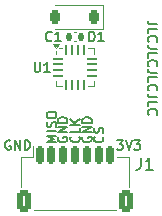
<source format=gbr>
%TF.GenerationSoftware,KiCad,Pcbnew,9.0.3*%
%TF.CreationDate,2025-08-14T12:49:38-04:00*%
%TF.ProjectId,rotour_mt6701_breakout,726f746f-7572-45f6-9d74-363730315f62,rev?*%
%TF.SameCoordinates,Original*%
%TF.FileFunction,Legend,Top*%
%TF.FilePolarity,Positive*%
%FSLAX46Y46*%
G04 Gerber Fmt 4.6, Leading zero omitted, Abs format (unit mm)*
G04 Created by KiCad (PCBNEW 9.0.3) date 2025-08-14 12:49:38*
%MOMM*%
%LPD*%
G01*
G04 APERTURE LIST*
G04 Aperture macros list*
%AMRoundRect*
0 Rectangle with rounded corners*
0 $1 Rounding radius*
0 $2 $3 $4 $5 $6 $7 $8 $9 X,Y pos of 4 corners*
0 Add a 4 corners polygon primitive as box body*
4,1,4,$2,$3,$4,$5,$6,$7,$8,$9,$2,$3,0*
0 Add four circle primitives for the rounded corners*
1,1,$1+$1,$2,$3*
1,1,$1+$1,$4,$5*
1,1,$1+$1,$6,$7*
1,1,$1+$1,$8,$9*
0 Add four rect primitives between the rounded corners*
20,1,$1+$1,$2,$3,$4,$5,0*
20,1,$1+$1,$4,$5,$6,$7,0*
20,1,$1+$1,$6,$7,$8,$9,0*
20,1,$1+$1,$8,$9,$2,$3,0*%
G04 Aperture macros list end*
%ADD10C,0.150000*%
%ADD11C,0.120000*%
%ADD12RoundRect,0.062500X-0.350000X-0.062500X0.350000X-0.062500X0.350000X0.062500X-0.350000X0.062500X0*%
%ADD13RoundRect,0.062500X-0.062500X-0.350000X0.062500X-0.350000X0.062500X0.350000X-0.062500X0.350000X0*%
%ADD14R,1.700000X1.700000*%
%ADD15C,2.200000*%
%ADD16RoundRect,0.225000X0.225000X0.375000X-0.225000X0.375000X-0.225000X-0.375000X0.225000X-0.375000X0*%
%ADD17RoundRect,0.140000X0.140000X0.170000X-0.140000X0.170000X-0.140000X-0.170000X0.140000X-0.170000X0*%
%ADD18RoundRect,0.150000X-0.150000X-0.625000X0.150000X-0.625000X0.150000X0.625000X-0.150000X0.625000X0*%
%ADD19RoundRect,0.250000X-0.350000X-0.650000X0.350000X-0.650000X0.350000X0.650000X-0.350000X0.650000X0*%
G04 APERTURE END LIST*
D10*
X148562969Y-92962295D02*
X149058207Y-92962295D01*
X149058207Y-92962295D02*
X148791541Y-93267057D01*
X148791541Y-93267057D02*
X148905826Y-93267057D01*
X148905826Y-93267057D02*
X148982017Y-93305152D01*
X148982017Y-93305152D02*
X149020112Y-93343247D01*
X149020112Y-93343247D02*
X149058207Y-93419438D01*
X149058207Y-93419438D02*
X149058207Y-93609914D01*
X149058207Y-93609914D02*
X149020112Y-93686104D01*
X149020112Y-93686104D02*
X148982017Y-93724200D01*
X148982017Y-93724200D02*
X148905826Y-93762295D01*
X148905826Y-93762295D02*
X148677255Y-93762295D01*
X148677255Y-93762295D02*
X148601064Y-93724200D01*
X148601064Y-93724200D02*
X148562969Y-93686104D01*
X149286779Y-92962295D02*
X149553446Y-93762295D01*
X149553446Y-93762295D02*
X149820112Y-92962295D01*
X150010588Y-92962295D02*
X150505826Y-92962295D01*
X150505826Y-92962295D02*
X150239160Y-93267057D01*
X150239160Y-93267057D02*
X150353445Y-93267057D01*
X150353445Y-93267057D02*
X150429636Y-93305152D01*
X150429636Y-93305152D02*
X150467731Y-93343247D01*
X150467731Y-93343247D02*
X150505826Y-93419438D01*
X150505826Y-93419438D02*
X150505826Y-93609914D01*
X150505826Y-93609914D02*
X150467731Y-93686104D01*
X150467731Y-93686104D02*
X150429636Y-93724200D01*
X150429636Y-93724200D02*
X150353445Y-93762295D01*
X150353445Y-93762295D02*
X150124874Y-93762295D01*
X150124874Y-93762295D02*
X150048683Y-93724200D01*
X150048683Y-93724200D02*
X150010588Y-93686104D01*
X145336104Y-92653696D02*
X145374200Y-92691792D01*
X145374200Y-92691792D02*
X145412295Y-92806077D01*
X145412295Y-92806077D02*
X145412295Y-92882268D01*
X145412295Y-92882268D02*
X145374200Y-92996554D01*
X145374200Y-92996554D02*
X145298009Y-93072744D01*
X145298009Y-93072744D02*
X145221819Y-93110839D01*
X145221819Y-93110839D02*
X145069438Y-93148935D01*
X145069438Y-93148935D02*
X144955152Y-93148935D01*
X144955152Y-93148935D02*
X144802771Y-93110839D01*
X144802771Y-93110839D02*
X144726580Y-93072744D01*
X144726580Y-93072744D02*
X144650390Y-92996554D01*
X144650390Y-92996554D02*
X144612295Y-92882268D01*
X144612295Y-92882268D02*
X144612295Y-92806077D01*
X144612295Y-92806077D02*
X144650390Y-92691792D01*
X144650390Y-92691792D02*
X144688485Y-92653696D01*
X145412295Y-91929887D02*
X145412295Y-92310839D01*
X145412295Y-92310839D02*
X144612295Y-92310839D01*
X145412295Y-91663220D02*
X144612295Y-91663220D01*
X145412295Y-91206077D02*
X144955152Y-91548935D01*
X144612295Y-91206077D02*
X145069438Y-91663220D01*
X151987704Y-83154761D02*
X151416276Y-83154761D01*
X151416276Y-83154761D02*
X151301990Y-83116666D01*
X151301990Y-83116666D02*
X151225800Y-83040475D01*
X151225800Y-83040475D02*
X151187704Y-82926190D01*
X151187704Y-82926190D02*
X151187704Y-82849999D01*
X151187704Y-83916666D02*
X151187704Y-83535714D01*
X151187704Y-83535714D02*
X151987704Y-83535714D01*
X151263895Y-84640476D02*
X151225800Y-84602380D01*
X151225800Y-84602380D02*
X151187704Y-84488095D01*
X151187704Y-84488095D02*
X151187704Y-84411904D01*
X151187704Y-84411904D02*
X151225800Y-84297618D01*
X151225800Y-84297618D02*
X151301990Y-84221428D01*
X151301990Y-84221428D02*
X151378180Y-84183333D01*
X151378180Y-84183333D02*
X151530561Y-84145237D01*
X151530561Y-84145237D02*
X151644847Y-84145237D01*
X151644847Y-84145237D02*
X151797228Y-84183333D01*
X151797228Y-84183333D02*
X151873419Y-84221428D01*
X151873419Y-84221428D02*
X151949609Y-84297618D01*
X151949609Y-84297618D02*
X151987704Y-84411904D01*
X151987704Y-84411904D02*
X151987704Y-84488095D01*
X151987704Y-84488095D02*
X151949609Y-84602380D01*
X151949609Y-84602380D02*
X151911514Y-84640476D01*
X151987704Y-85211904D02*
X151416276Y-85211904D01*
X151416276Y-85211904D02*
X151301990Y-85173809D01*
X151301990Y-85173809D02*
X151225800Y-85097618D01*
X151225800Y-85097618D02*
X151187704Y-84983333D01*
X151187704Y-84983333D02*
X151187704Y-84907142D01*
X151187704Y-85973809D02*
X151187704Y-85592857D01*
X151187704Y-85592857D02*
X151987704Y-85592857D01*
X151263895Y-86697619D02*
X151225800Y-86659523D01*
X151225800Y-86659523D02*
X151187704Y-86545238D01*
X151187704Y-86545238D02*
X151187704Y-86469047D01*
X151187704Y-86469047D02*
X151225800Y-86354761D01*
X151225800Y-86354761D02*
X151301990Y-86278571D01*
X151301990Y-86278571D02*
X151378180Y-86240476D01*
X151378180Y-86240476D02*
X151530561Y-86202380D01*
X151530561Y-86202380D02*
X151644847Y-86202380D01*
X151644847Y-86202380D02*
X151797228Y-86240476D01*
X151797228Y-86240476D02*
X151873419Y-86278571D01*
X151873419Y-86278571D02*
X151949609Y-86354761D01*
X151949609Y-86354761D02*
X151987704Y-86469047D01*
X151987704Y-86469047D02*
X151987704Y-86545238D01*
X151987704Y-86545238D02*
X151949609Y-86659523D01*
X151949609Y-86659523D02*
X151911514Y-86697619D01*
X151987704Y-87269047D02*
X151416276Y-87269047D01*
X151416276Y-87269047D02*
X151301990Y-87230952D01*
X151301990Y-87230952D02*
X151225800Y-87154761D01*
X151225800Y-87154761D02*
X151187704Y-87040476D01*
X151187704Y-87040476D02*
X151187704Y-86964285D01*
X151187704Y-88030952D02*
X151187704Y-87650000D01*
X151187704Y-87650000D02*
X151987704Y-87650000D01*
X151263895Y-88754762D02*
X151225800Y-88716666D01*
X151225800Y-88716666D02*
X151187704Y-88602381D01*
X151187704Y-88602381D02*
X151187704Y-88526190D01*
X151187704Y-88526190D02*
X151225800Y-88411904D01*
X151225800Y-88411904D02*
X151301990Y-88335714D01*
X151301990Y-88335714D02*
X151378180Y-88297619D01*
X151378180Y-88297619D02*
X151530561Y-88259523D01*
X151530561Y-88259523D02*
X151644847Y-88259523D01*
X151644847Y-88259523D02*
X151797228Y-88297619D01*
X151797228Y-88297619D02*
X151873419Y-88335714D01*
X151873419Y-88335714D02*
X151949609Y-88411904D01*
X151949609Y-88411904D02*
X151987704Y-88526190D01*
X151987704Y-88526190D02*
X151987704Y-88602381D01*
X151987704Y-88602381D02*
X151949609Y-88716666D01*
X151949609Y-88716666D02*
X151911514Y-88754762D01*
X151987704Y-89326190D02*
X151416276Y-89326190D01*
X151416276Y-89326190D02*
X151301990Y-89288095D01*
X151301990Y-89288095D02*
X151225800Y-89211904D01*
X151225800Y-89211904D02*
X151187704Y-89097619D01*
X151187704Y-89097619D02*
X151187704Y-89021428D01*
X151187704Y-90088095D02*
X151187704Y-89707143D01*
X151187704Y-89707143D02*
X151987704Y-89707143D01*
X151263895Y-90811905D02*
X151225800Y-90773809D01*
X151225800Y-90773809D02*
X151187704Y-90659524D01*
X151187704Y-90659524D02*
X151187704Y-90583333D01*
X151187704Y-90583333D02*
X151225800Y-90469047D01*
X151225800Y-90469047D02*
X151301990Y-90392857D01*
X151301990Y-90392857D02*
X151378180Y-90354762D01*
X151378180Y-90354762D02*
X151530561Y-90316666D01*
X151530561Y-90316666D02*
X151644847Y-90316666D01*
X151644847Y-90316666D02*
X151797228Y-90354762D01*
X151797228Y-90354762D02*
X151873419Y-90392857D01*
X151873419Y-90392857D02*
X151949609Y-90469047D01*
X151949609Y-90469047D02*
X151987704Y-90583333D01*
X151987704Y-90583333D02*
X151987704Y-90659524D01*
X151987704Y-90659524D02*
X151949609Y-90773809D01*
X151949609Y-90773809D02*
X151911514Y-90811905D01*
X147336104Y-92653696D02*
X147374200Y-92691792D01*
X147374200Y-92691792D02*
X147412295Y-92806077D01*
X147412295Y-92806077D02*
X147412295Y-92882268D01*
X147412295Y-92882268D02*
X147374200Y-92996554D01*
X147374200Y-92996554D02*
X147298009Y-93072744D01*
X147298009Y-93072744D02*
X147221819Y-93110839D01*
X147221819Y-93110839D02*
X147069438Y-93148935D01*
X147069438Y-93148935D02*
X146955152Y-93148935D01*
X146955152Y-93148935D02*
X146802771Y-93110839D01*
X146802771Y-93110839D02*
X146726580Y-93072744D01*
X146726580Y-93072744D02*
X146650390Y-92996554D01*
X146650390Y-92996554D02*
X146612295Y-92882268D01*
X146612295Y-92882268D02*
X146612295Y-92806077D01*
X146612295Y-92806077D02*
X146650390Y-92691792D01*
X146650390Y-92691792D02*
X146688485Y-92653696D01*
X147374200Y-92348935D02*
X147412295Y-92234649D01*
X147412295Y-92234649D02*
X147412295Y-92044173D01*
X147412295Y-92044173D02*
X147374200Y-91967982D01*
X147374200Y-91967982D02*
X147336104Y-91929887D01*
X147336104Y-91929887D02*
X147259914Y-91891792D01*
X147259914Y-91891792D02*
X147183723Y-91891792D01*
X147183723Y-91891792D02*
X147107533Y-91929887D01*
X147107533Y-91929887D02*
X147069438Y-91967982D01*
X147069438Y-91967982D02*
X147031342Y-92044173D01*
X147031342Y-92044173D02*
X146993247Y-92196554D01*
X146993247Y-92196554D02*
X146955152Y-92272744D01*
X146955152Y-92272744D02*
X146917057Y-92310839D01*
X146917057Y-92310839D02*
X146840866Y-92348935D01*
X146840866Y-92348935D02*
X146764676Y-92348935D01*
X146764676Y-92348935D02*
X146688485Y-92310839D01*
X146688485Y-92310839D02*
X146650390Y-92272744D01*
X146650390Y-92272744D02*
X146612295Y-92196554D01*
X146612295Y-92196554D02*
X146612295Y-92006077D01*
X146612295Y-92006077D02*
X146650390Y-91891792D01*
X143412295Y-93110839D02*
X142612295Y-93110839D01*
X142612295Y-93110839D02*
X143183723Y-92844173D01*
X143183723Y-92844173D02*
X142612295Y-92577506D01*
X142612295Y-92577506D02*
X143412295Y-92577506D01*
X143412295Y-92196553D02*
X142612295Y-92196553D01*
X143374200Y-91853697D02*
X143412295Y-91739411D01*
X143412295Y-91739411D02*
X143412295Y-91548935D01*
X143412295Y-91548935D02*
X143374200Y-91472744D01*
X143374200Y-91472744D02*
X143336104Y-91434649D01*
X143336104Y-91434649D02*
X143259914Y-91396554D01*
X143259914Y-91396554D02*
X143183723Y-91396554D01*
X143183723Y-91396554D02*
X143107533Y-91434649D01*
X143107533Y-91434649D02*
X143069438Y-91472744D01*
X143069438Y-91472744D02*
X143031342Y-91548935D01*
X143031342Y-91548935D02*
X142993247Y-91701316D01*
X142993247Y-91701316D02*
X142955152Y-91777506D01*
X142955152Y-91777506D02*
X142917057Y-91815601D01*
X142917057Y-91815601D02*
X142840866Y-91853697D01*
X142840866Y-91853697D02*
X142764676Y-91853697D01*
X142764676Y-91853697D02*
X142688485Y-91815601D01*
X142688485Y-91815601D02*
X142650390Y-91777506D01*
X142650390Y-91777506D02*
X142612295Y-91701316D01*
X142612295Y-91701316D02*
X142612295Y-91510839D01*
X142612295Y-91510839D02*
X142650390Y-91396554D01*
X142612295Y-90901315D02*
X142612295Y-90748934D01*
X142612295Y-90748934D02*
X142650390Y-90672744D01*
X142650390Y-90672744D02*
X142726580Y-90596553D01*
X142726580Y-90596553D02*
X142878961Y-90558458D01*
X142878961Y-90558458D02*
X143145628Y-90558458D01*
X143145628Y-90558458D02*
X143298009Y-90596553D01*
X143298009Y-90596553D02*
X143374200Y-90672744D01*
X143374200Y-90672744D02*
X143412295Y-90748934D01*
X143412295Y-90748934D02*
X143412295Y-90901315D01*
X143412295Y-90901315D02*
X143374200Y-90977506D01*
X143374200Y-90977506D02*
X143298009Y-91053696D01*
X143298009Y-91053696D02*
X143145628Y-91091792D01*
X143145628Y-91091792D02*
X142878961Y-91091792D01*
X142878961Y-91091792D02*
X142726580Y-91053696D01*
X142726580Y-91053696D02*
X142650390Y-90977506D01*
X142650390Y-90977506D02*
X142612295Y-90901315D01*
X143600390Y-92691792D02*
X143562295Y-92767982D01*
X143562295Y-92767982D02*
X143562295Y-92882268D01*
X143562295Y-92882268D02*
X143600390Y-92996554D01*
X143600390Y-92996554D02*
X143676580Y-93072744D01*
X143676580Y-93072744D02*
X143752771Y-93110839D01*
X143752771Y-93110839D02*
X143905152Y-93148935D01*
X143905152Y-93148935D02*
X144019438Y-93148935D01*
X144019438Y-93148935D02*
X144171819Y-93110839D01*
X144171819Y-93110839D02*
X144248009Y-93072744D01*
X144248009Y-93072744D02*
X144324200Y-92996554D01*
X144324200Y-92996554D02*
X144362295Y-92882268D01*
X144362295Y-92882268D02*
X144362295Y-92806077D01*
X144362295Y-92806077D02*
X144324200Y-92691792D01*
X144324200Y-92691792D02*
X144286104Y-92653696D01*
X144286104Y-92653696D02*
X144019438Y-92653696D01*
X144019438Y-92653696D02*
X144019438Y-92806077D01*
X144362295Y-92310839D02*
X143562295Y-92310839D01*
X143562295Y-92310839D02*
X144362295Y-91853696D01*
X144362295Y-91853696D02*
X143562295Y-91853696D01*
X144362295Y-91472744D02*
X143562295Y-91472744D01*
X143562295Y-91472744D02*
X143562295Y-91282268D01*
X143562295Y-91282268D02*
X143600390Y-91167982D01*
X143600390Y-91167982D02*
X143676580Y-91091792D01*
X143676580Y-91091792D02*
X143752771Y-91053697D01*
X143752771Y-91053697D02*
X143905152Y-91015601D01*
X143905152Y-91015601D02*
X144019438Y-91015601D01*
X144019438Y-91015601D02*
X144171819Y-91053697D01*
X144171819Y-91053697D02*
X144248009Y-91091792D01*
X144248009Y-91091792D02*
X144324200Y-91167982D01*
X144324200Y-91167982D02*
X144362295Y-91282268D01*
X144362295Y-91282268D02*
X144362295Y-91472744D01*
X145650390Y-92691792D02*
X145612295Y-92767982D01*
X145612295Y-92767982D02*
X145612295Y-92882268D01*
X145612295Y-92882268D02*
X145650390Y-92996554D01*
X145650390Y-92996554D02*
X145726580Y-93072744D01*
X145726580Y-93072744D02*
X145802771Y-93110839D01*
X145802771Y-93110839D02*
X145955152Y-93148935D01*
X145955152Y-93148935D02*
X146069438Y-93148935D01*
X146069438Y-93148935D02*
X146221819Y-93110839D01*
X146221819Y-93110839D02*
X146298009Y-93072744D01*
X146298009Y-93072744D02*
X146374200Y-92996554D01*
X146374200Y-92996554D02*
X146412295Y-92882268D01*
X146412295Y-92882268D02*
X146412295Y-92806077D01*
X146412295Y-92806077D02*
X146374200Y-92691792D01*
X146374200Y-92691792D02*
X146336104Y-92653696D01*
X146336104Y-92653696D02*
X146069438Y-92653696D01*
X146069438Y-92653696D02*
X146069438Y-92806077D01*
X146412295Y-92310839D02*
X145612295Y-92310839D01*
X145612295Y-92310839D02*
X146412295Y-91853696D01*
X146412295Y-91853696D02*
X145612295Y-91853696D01*
X146412295Y-91472744D02*
X145612295Y-91472744D01*
X145612295Y-91472744D02*
X145612295Y-91282268D01*
X145612295Y-91282268D02*
X145650390Y-91167982D01*
X145650390Y-91167982D02*
X145726580Y-91091792D01*
X145726580Y-91091792D02*
X145802771Y-91053697D01*
X145802771Y-91053697D02*
X145955152Y-91015601D01*
X145955152Y-91015601D02*
X146069438Y-91015601D01*
X146069438Y-91015601D02*
X146221819Y-91053697D01*
X146221819Y-91053697D02*
X146298009Y-91091792D01*
X146298009Y-91091792D02*
X146374200Y-91167982D01*
X146374200Y-91167982D02*
X146412295Y-91282268D01*
X146412295Y-91282268D02*
X146412295Y-91472744D01*
X139512744Y-93000390D02*
X139436554Y-92962295D01*
X139436554Y-92962295D02*
X139322268Y-92962295D01*
X139322268Y-92962295D02*
X139207982Y-93000390D01*
X139207982Y-93000390D02*
X139131792Y-93076580D01*
X139131792Y-93076580D02*
X139093697Y-93152771D01*
X139093697Y-93152771D02*
X139055601Y-93305152D01*
X139055601Y-93305152D02*
X139055601Y-93419438D01*
X139055601Y-93419438D02*
X139093697Y-93571819D01*
X139093697Y-93571819D02*
X139131792Y-93648009D01*
X139131792Y-93648009D02*
X139207982Y-93724200D01*
X139207982Y-93724200D02*
X139322268Y-93762295D01*
X139322268Y-93762295D02*
X139398459Y-93762295D01*
X139398459Y-93762295D02*
X139512744Y-93724200D01*
X139512744Y-93724200D02*
X139550840Y-93686104D01*
X139550840Y-93686104D02*
X139550840Y-93419438D01*
X139550840Y-93419438D02*
X139398459Y-93419438D01*
X139893697Y-93762295D02*
X139893697Y-92962295D01*
X139893697Y-92962295D02*
X140350840Y-93762295D01*
X140350840Y-93762295D02*
X140350840Y-92962295D01*
X140731792Y-93762295D02*
X140731792Y-92962295D01*
X140731792Y-92962295D02*
X140922268Y-92962295D01*
X140922268Y-92962295D02*
X141036554Y-93000390D01*
X141036554Y-93000390D02*
X141112744Y-93076580D01*
X141112744Y-93076580D02*
X141150839Y-93152771D01*
X141150839Y-93152771D02*
X141188935Y-93305152D01*
X141188935Y-93305152D02*
X141188935Y-93419438D01*
X141188935Y-93419438D02*
X141150839Y-93571819D01*
X141150839Y-93571819D02*
X141112744Y-93648009D01*
X141112744Y-93648009D02*
X141036554Y-93724200D01*
X141036554Y-93724200D02*
X140922268Y-93762295D01*
X140922268Y-93762295D02*
X140731792Y-93762295D01*
X141590476Y-86362295D02*
X141590476Y-87009914D01*
X141590476Y-87009914D02*
X141628571Y-87086104D01*
X141628571Y-87086104D02*
X141666666Y-87124200D01*
X141666666Y-87124200D02*
X141742857Y-87162295D01*
X141742857Y-87162295D02*
X141895238Y-87162295D01*
X141895238Y-87162295D02*
X141971428Y-87124200D01*
X141971428Y-87124200D02*
X142009523Y-87086104D01*
X142009523Y-87086104D02*
X142047619Y-87009914D01*
X142047619Y-87009914D02*
X142047619Y-86362295D01*
X142847618Y-87162295D02*
X142390475Y-87162295D01*
X142619047Y-87162295D02*
X142619047Y-86362295D01*
X142619047Y-86362295D02*
X142542856Y-86476580D01*
X142542856Y-86476580D02*
X142466666Y-86552771D01*
X142466666Y-86552771D02*
X142390475Y-86590866D01*
X146209524Y-84562295D02*
X146209524Y-83762295D01*
X146209524Y-83762295D02*
X146400000Y-83762295D01*
X146400000Y-83762295D02*
X146514286Y-83800390D01*
X146514286Y-83800390D02*
X146590476Y-83876580D01*
X146590476Y-83876580D02*
X146628571Y-83952771D01*
X146628571Y-83952771D02*
X146666667Y-84105152D01*
X146666667Y-84105152D02*
X146666667Y-84219438D01*
X146666667Y-84219438D02*
X146628571Y-84371819D01*
X146628571Y-84371819D02*
X146590476Y-84448009D01*
X146590476Y-84448009D02*
X146514286Y-84524200D01*
X146514286Y-84524200D02*
X146400000Y-84562295D01*
X146400000Y-84562295D02*
X146209524Y-84562295D01*
X147428571Y-84562295D02*
X146971428Y-84562295D01*
X147200000Y-84562295D02*
X147200000Y-83762295D01*
X147200000Y-83762295D02*
X147123809Y-83876580D01*
X147123809Y-83876580D02*
X147047619Y-83952771D01*
X147047619Y-83952771D02*
X146971428Y-83990866D01*
X143016667Y-84486104D02*
X142978571Y-84524200D01*
X142978571Y-84524200D02*
X142864286Y-84562295D01*
X142864286Y-84562295D02*
X142788095Y-84562295D01*
X142788095Y-84562295D02*
X142673809Y-84524200D01*
X142673809Y-84524200D02*
X142597619Y-84448009D01*
X142597619Y-84448009D02*
X142559524Y-84371819D01*
X142559524Y-84371819D02*
X142521428Y-84219438D01*
X142521428Y-84219438D02*
X142521428Y-84105152D01*
X142521428Y-84105152D02*
X142559524Y-83952771D01*
X142559524Y-83952771D02*
X142597619Y-83876580D01*
X142597619Y-83876580D02*
X142673809Y-83800390D01*
X142673809Y-83800390D02*
X142788095Y-83762295D01*
X142788095Y-83762295D02*
X142864286Y-83762295D01*
X142864286Y-83762295D02*
X142978571Y-83800390D01*
X142978571Y-83800390D02*
X143016667Y-83838485D01*
X143778571Y-84562295D02*
X143321428Y-84562295D01*
X143550000Y-84562295D02*
X143550000Y-83762295D01*
X143550000Y-83762295D02*
X143473809Y-83876580D01*
X143473809Y-83876580D02*
X143397619Y-83952771D01*
X143397619Y-83952771D02*
X143321428Y-83990866D01*
X150566666Y-94454819D02*
X150566666Y-95169104D01*
X150566666Y-95169104D02*
X150519047Y-95311961D01*
X150519047Y-95311961D02*
X150423809Y-95407200D01*
X150423809Y-95407200D02*
X150280952Y-95454819D01*
X150280952Y-95454819D02*
X150185714Y-95454819D01*
X151566666Y-95454819D02*
X150995238Y-95454819D01*
X151280952Y-95454819D02*
X151280952Y-94454819D01*
X151280952Y-94454819D02*
X151185714Y-94597676D01*
X151185714Y-94597676D02*
X151090476Y-94692914D01*
X151090476Y-94692914D02*
X150995238Y-94740533D01*
D11*
%TO.C,U1*%
X143390000Y-85665000D02*
X143390000Y-85430000D01*
X143390000Y-88410000D02*
X143390000Y-87935000D01*
X143865000Y-85190000D02*
X143690000Y-85190000D01*
X143865000Y-88410000D02*
X143390000Y-88410000D01*
X146135000Y-85190000D02*
X146610000Y-85190000D01*
X146135000Y-88410000D02*
X146610000Y-88410000D01*
X146610000Y-85190000D02*
X146610000Y-85665000D01*
X146610000Y-88410000D02*
X146610000Y-87935000D01*
X143390000Y-85190000D02*
X143150000Y-84860000D01*
X143630000Y-84860000D01*
X143390000Y-85190000D01*
G36*
X143390000Y-85190000D02*
G01*
X143150000Y-84860000D01*
X143630000Y-84860000D01*
X143390000Y-85190000D01*
G37*
%TO.C,D1*%
X147360000Y-81550000D02*
X143350000Y-81550000D01*
X147360000Y-83550000D02*
X143350000Y-83550000D01*
X147360000Y-83550000D02*
X147360000Y-81550000D01*
%TO.C,C1*%
X145107836Y-83840000D02*
X144892164Y-83840000D01*
X145107836Y-84560000D02*
X144892164Y-84560000D01*
%TO.C,J1*%
X140390000Y-94415000D02*
X141440000Y-94415000D01*
X140390000Y-96915000D02*
X140390000Y-94415000D01*
X141440000Y-94415000D02*
X141440000Y-93425000D01*
X141560000Y-98885000D02*
X148440000Y-98885000D01*
X149610000Y-94415000D02*
X148560000Y-94415000D01*
X149610000Y-96915000D02*
X149610000Y-94415000D01*
%TD*%
%LPC*%
D12*
%TO.C,U1*%
X143537500Y-86050000D03*
X143537500Y-86550000D03*
X143537500Y-87050000D03*
X143537500Y-87550000D03*
D13*
X144250000Y-88262500D03*
X144750000Y-88262500D03*
X145250000Y-88262500D03*
X145750000Y-88262500D03*
D12*
X146462500Y-87550000D03*
X146462500Y-87050000D03*
X146462500Y-86550000D03*
X146462500Y-86050000D03*
D13*
X145750000Y-85337500D03*
X145250000Y-85337500D03*
X144750000Y-85337500D03*
X144250000Y-85337500D03*
D14*
X145000000Y-86800000D03*
%TD*%
D15*
%TO.C,H3*%
X149800000Y-90200000D03*
%TD*%
D16*
%TO.C,D1*%
X146650000Y-82550000D03*
X143350000Y-82550000D03*
%TD*%
D17*
%TO.C,C1*%
X145480000Y-84200000D03*
X144520000Y-84200000D03*
%TD*%
D18*
%TO.C,J1*%
X142000000Y-94200000D03*
X143000000Y-94200000D03*
X144000000Y-94200000D03*
X145000000Y-94200000D03*
X146000000Y-94200000D03*
X147000000Y-94200000D03*
X148000000Y-94200000D03*
D19*
X140700000Y-98075000D03*
X149300000Y-98075000D03*
%TD*%
D15*
%TO.C,H4*%
X140200000Y-90200000D03*
%TD*%
%TO.C,H1*%
X140200000Y-83400000D03*
%TD*%
%TO.C,H2*%
X149800000Y-83400000D03*
%TD*%
%LPD*%
M02*

</source>
